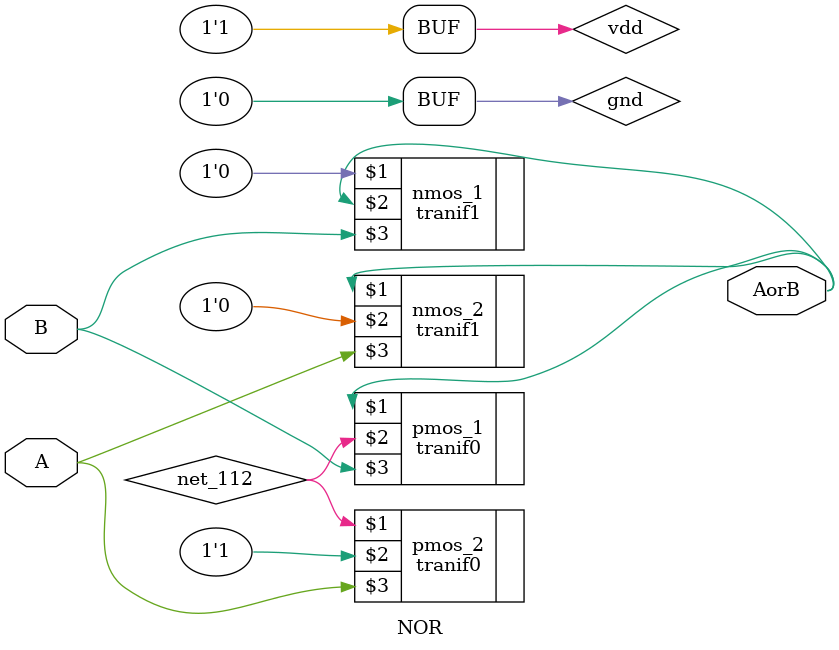
<source format=v>
/* Verilog for cell 'NOR{sch}' from library 'nor2' */
/* Created on Fri Feb 16, 2024 23:07:43 */
/* Last revised on Fri Mar 22, 2024 16:51:50 */
/* Written on Fri Mar 22, 2024 16:52:01 by Electric VLSI Design System, version 9.07 */

module NOR(A, B, AorB);
  input A;
  input B;
  output AorB;

  supply1 vdd;
  supply0 gnd;
  wire net_112;

  tranif1 nmos_1(gnd, AorB, B);
  tranif1 nmos_2(AorB, gnd, A);
  tranif0 pmos_1(AorB, net_112, B);
  tranif0 pmos_2(net_112, vdd, A);
endmodule   /* NOR */

</source>
